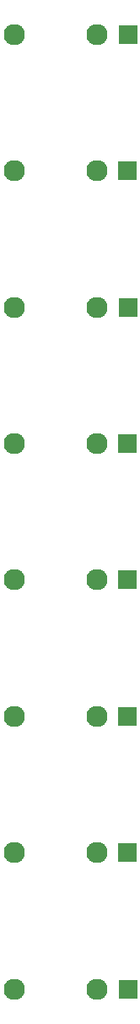
<source format=gbr>
%TF.GenerationSoftware,KiCad,Pcbnew,(5.1.6-0)*%
%TF.CreationDate,2020-10-27T19:58:16-07:00*%
%TF.ProjectId,circuit_board,63697263-7569-4745-9f62-6f6172642e6b,rev?*%
%TF.SameCoordinates,Original*%
%TF.FileFunction,Copper,L2,Bot*%
%TF.FilePolarity,Positive*%
%FSLAX46Y46*%
G04 Gerber Fmt 4.6, Leading zero omitted, Abs format (unit mm)*
G04 Created by KiCad (PCBNEW (5.1.6-0)) date 2020-10-27 19:58:16*
%MOMM*%
%LPD*%
G01*
G04 APERTURE LIST*
%TA.AperFunction,ComponentPad*%
%ADD10C,2.130000*%
%TD*%
%TA.AperFunction,ComponentPad*%
%ADD11R,1.830000X1.930000*%
%TD*%
G04 APERTURE END LIST*
D10*
%TO.P,J1,TN*%
%TO.N,N/C*%
X91810000Y-48230000D03*
D11*
%TO.P,J1,S*%
%TO.N,GND*%
X94910000Y-48230000D03*
D10*
%TO.P,J1,T*%
%TO.N,Net-(J1-PadT)*%
X83510000Y-48230000D03*
%TD*%
%TO.P,J2,TN*%
%TO.N,Net-(J1-PadT)*%
X91780000Y-102870000D03*
D11*
%TO.P,J2,S*%
%TO.N,GND*%
X94880000Y-102870000D03*
D10*
%TO.P,J2,T*%
%TO.N,Net-(J2-PadT)*%
X83480000Y-102870000D03*
%TD*%
%TO.P,J3,T*%
%TO.N,Net-(J1-PadT)*%
X83480000Y-61880000D03*
D11*
%TO.P,J3,S*%
%TO.N,GND*%
X94880000Y-61880000D03*
D10*
%TO.P,J3,TN*%
%TO.N,N/C*%
X91780000Y-61880000D03*
%TD*%
%TO.P,J4,TN*%
%TO.N,N/C*%
X91810000Y-75580000D03*
D11*
%TO.P,J4,S*%
%TO.N,GND*%
X94910000Y-75580000D03*
D10*
%TO.P,J4,T*%
%TO.N,Net-(J1-PadT)*%
X83510000Y-75580000D03*
%TD*%
%TO.P,J5,T*%
%TO.N,Net-(J1-PadT)*%
X83460000Y-89190000D03*
D11*
%TO.P,J5,S*%
%TO.N,GND*%
X94860000Y-89190000D03*
D10*
%TO.P,J5,TN*%
%TO.N,N/C*%
X91760000Y-89190000D03*
%TD*%
%TO.P,J6,T*%
%TO.N,Net-(J2-PadT)*%
X83460000Y-116530000D03*
D11*
%TO.P,J6,S*%
%TO.N,GND*%
X94860000Y-116530000D03*
D10*
%TO.P,J6,TN*%
%TO.N,N/C*%
X91760000Y-116530000D03*
%TD*%
%TO.P,J7,TN*%
%TO.N,N/C*%
X91760000Y-130220000D03*
D11*
%TO.P,J7,S*%
%TO.N,GND*%
X94860000Y-130220000D03*
D10*
%TO.P,J7,T*%
%TO.N,Net-(J2-PadT)*%
X83460000Y-130220000D03*
%TD*%
%TO.P,J8,T*%
%TO.N,Net-(J2-PadT)*%
X83490000Y-143860000D03*
D11*
%TO.P,J8,S*%
%TO.N,GND*%
X94890000Y-143860000D03*
D10*
%TO.P,J8,TN*%
%TO.N,N/C*%
X91790000Y-143860000D03*
%TD*%
M02*

</source>
